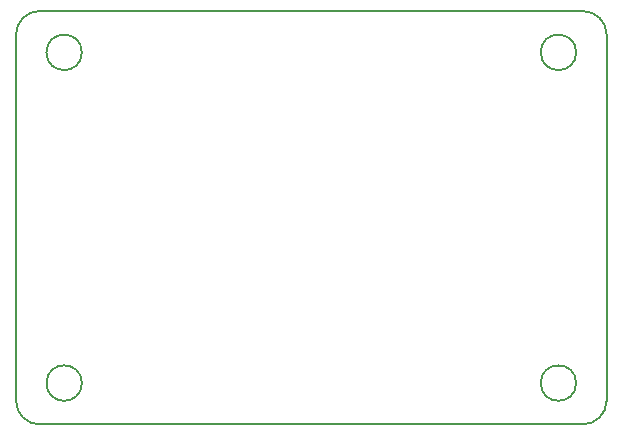
<source format=gm1>
G04 #@! TF.GenerationSoftware,KiCad,Pcbnew,8.0.6*
G04 #@! TF.CreationDate,2024-12-13T00:51:39+01:00*
G04 #@! TF.ProjectId,ps2-tatacon-rp2040,7073322d-7461-4746-9163-6f6e2d727032,rev?*
G04 #@! TF.SameCoordinates,Original*
G04 #@! TF.FileFunction,Profile,NP*
%FSLAX46Y46*%
G04 Gerber Fmt 4.6, Leading zero omitted, Abs format (unit mm)*
G04 Created by KiCad (PCBNEW 8.0.6) date 2024-12-13 00:51:39*
%MOMM*%
%LPD*%
G01*
G04 APERTURE LIST*
G04 #@! TA.AperFunction,Profile*
%ADD10C,0.200000*%
G04 #@! TD*
G04 APERTURE END LIST*
D10*
X27675000Y-25950000D02*
G75*
G02*
X29675000Y-23950000I2000000J0D01*
G01*
X29675000Y-23950000D02*
X75675000Y-23950000D01*
X77675000Y-25950000D02*
X77675000Y-56950000D01*
X75675000Y-58950000D02*
X29675000Y-58950000D01*
X77675000Y-56950000D02*
G75*
G02*
X75675000Y-58950000I-2000000J0D01*
G01*
X75675000Y-23950000D02*
G75*
G02*
X77675000Y-25950000I0J-2000000D01*
G01*
X29675000Y-58950000D02*
G75*
G02*
X27675000Y-56950000I0J2000000D01*
G01*
X27675000Y-56950000D02*
X27675000Y-25950000D01*
X75100000Y-55450000D02*
G75*
G02*
X72100000Y-55450000I-1500000J0D01*
G01*
X72100000Y-55450000D02*
G75*
G02*
X75100000Y-55450000I1500000J0D01*
G01*
X75100000Y-27450000D02*
G75*
G02*
X72100000Y-27450000I-1500000J0D01*
G01*
X72100000Y-27450000D02*
G75*
G02*
X75100000Y-27450000I1500000J0D01*
G01*
X33250000Y-55450000D02*
G75*
G02*
X30250000Y-55450000I-1500000J0D01*
G01*
X30250000Y-55450000D02*
G75*
G02*
X33250000Y-55450000I1500000J0D01*
G01*
X33250000Y-27450000D02*
G75*
G02*
X30250000Y-27450000I-1500000J0D01*
G01*
X30250000Y-27450000D02*
G75*
G02*
X33250000Y-27450000I1500000J0D01*
G01*
M02*

</source>
